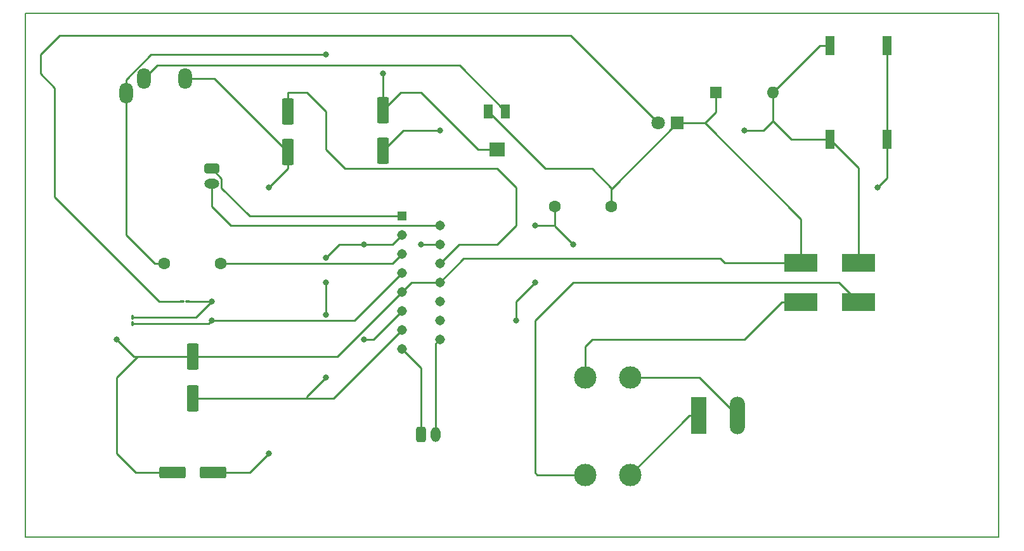
<source format=gbr>
%TF.GenerationSoftware,KiCad,Pcbnew,7.0.10*%
%TF.CreationDate,2024-05-14T18:08:24+03:00*%
%TF.ProjectId,Altamplifier,416c7461-6d70-46c6-9966-6965722e6b69,rev?*%
%TF.SameCoordinates,Original*%
%TF.FileFunction,Copper,L1,Top*%
%TF.FilePolarity,Positive*%
%FSLAX46Y46*%
G04 Gerber Fmt 4.6, Leading zero omitted, Abs format (unit mm)*
G04 Created by KiCad (PCBNEW 7.0.10) date 2024-05-14 18:08:24*
%MOMM*%
%LPD*%
G01*
G04 APERTURE LIST*
G04 Aperture macros list*
%AMRoundRect*
0 Rectangle with rounded corners*
0 $1 Rounding radius*
0 $2 $3 $4 $5 $6 $7 $8 $9 X,Y pos of 4 corners*
0 Add a 4 corners polygon primitive as box body*
4,1,4,$2,$3,$4,$5,$6,$7,$8,$9,$2,$3,0*
0 Add four circle primitives for the rounded corners*
1,1,$1+$1,$2,$3*
1,1,$1+$1,$4,$5*
1,1,$1+$1,$6,$7*
1,1,$1+$1,$8,$9*
0 Add four rect primitives between the rounded corners*
20,1,$1+$1,$2,$3,$4,$5,0*
20,1,$1+$1,$4,$5,$6,$7,0*
20,1,$1+$1,$6,$7,$8,$9,0*
20,1,$1+$1,$8,$9,$2,$3,0*%
G04 Aperture macros list end*
%TA.AperFunction,NonConductor*%
%ADD10C,0.200000*%
%TD*%
%TA.AperFunction,SMDPad,CuDef*%
%ADD11RoundRect,0.100000X0.100000X-0.217500X0.100000X0.217500X-0.100000X0.217500X-0.100000X-0.217500X0*%
%TD*%
%TA.AperFunction,SMDPad,CuDef*%
%ADD12R,1.300000X1.900000*%
%TD*%
%TA.AperFunction,SMDPad,CuDef*%
%ADD13R,2.000000X1.900000*%
%TD*%
%TA.AperFunction,ComponentPad*%
%ADD14C,1.600000*%
%TD*%
%TA.AperFunction,SMDPad,CuDef*%
%ADD15RoundRect,0.250000X-1.500000X-0.550000X1.500000X-0.550000X1.500000X0.550000X-1.500000X0.550000X0*%
%TD*%
%TA.AperFunction,ComponentPad*%
%ADD16R,1.800000X1.800000*%
%TD*%
%TA.AperFunction,ComponentPad*%
%ADD17C,1.800000*%
%TD*%
%TA.AperFunction,SMDPad,CuDef*%
%ADD18R,1.200000X2.500000*%
%TD*%
%TA.AperFunction,SMDPad,CuDef*%
%ADD19R,4.400000X2.400000*%
%TD*%
%TA.AperFunction,ComponentPad*%
%ADD20RoundRect,0.250000X0.400000X-0.750000X0.400000X0.750000X-0.400000X0.750000X-0.400000X-0.750000X0*%
%TD*%
%TA.AperFunction,ComponentPad*%
%ADD21O,1.300000X2.000000*%
%TD*%
%TA.AperFunction,ComponentPad*%
%ADD22R,1.600000X1.600000*%
%TD*%
%TA.AperFunction,ComponentPad*%
%ADD23O,1.600000X1.600000*%
%TD*%
%TA.AperFunction,ComponentPad*%
%ADD24O,1.800000X2.800000*%
%TD*%
%TA.AperFunction,ComponentPad*%
%ADD25RoundRect,0.250000X-0.750000X-0.400000X0.750000X-0.400000X0.750000X0.400000X-0.750000X0.400000X0*%
%TD*%
%TA.AperFunction,ComponentPad*%
%ADD26O,2.000000X1.300000*%
%TD*%
%TA.AperFunction,SMDPad,CuDef*%
%ADD27RoundRect,0.250000X-0.550000X1.500000X-0.550000X-1.500000X0.550000X-1.500000X0.550000X1.500000X0*%
%TD*%
%TA.AperFunction,ComponentPad*%
%ADD28R,2.020000X5.020000*%
%TD*%
%TA.AperFunction,ComponentPad*%
%ADD29O,2.020000X5.020000*%
%TD*%
%TA.AperFunction,ComponentPad*%
%ADD30R,1.308000X1.308000*%
%TD*%
%TA.AperFunction,ComponentPad*%
%ADD31C,1.308000*%
%TD*%
%TA.AperFunction,SMDPad,CuDef*%
%ADD32RoundRect,0.250000X0.550000X-1.500000X0.550000X1.500000X-0.550000X1.500000X-0.550000X-1.500000X0*%
%TD*%
%TA.AperFunction,ComponentPad*%
%ADD33C,3.000000*%
%TD*%
%TA.AperFunction,SMDPad,CuDef*%
%ADD34RoundRect,0.100000X0.217500X0.100000X-0.217500X0.100000X-0.217500X-0.100000X0.217500X-0.100000X0*%
%TD*%
%TA.AperFunction,ViaPad*%
%ADD35C,0.800000*%
%TD*%
%TA.AperFunction,Conductor*%
%ADD36C,0.250000*%
%TD*%
G04 APERTURE END LIST*
D10*
X64000000Y-25000000D02*
X194000000Y-25000000D01*
X194000000Y-95000000D01*
X64000000Y-95000000D01*
X64000000Y-25000000D01*
D11*
%TO.P,R1,1*%
%TO.N,Net-(AMP1-STANDBY)*%
X78307500Y-66447500D03*
%TO.P,R1,2*%
%TO.N,Net-(R1-Pad2)*%
X78307500Y-65632500D03*
%TD*%
D12*
%TO.P,RV1,1,1*%
%TO.N,Net-(J3-PadT)*%
X128150000Y-38090000D03*
D13*
%TO.P,RV1,2,2*%
%TO.N,Net-(C1-Pad2)*%
X127000000Y-43190000D03*
D12*
%TO.P,RV1,3,3*%
%TO.N,GND*%
X125850000Y-38090000D03*
%TD*%
D14*
%TO.P,C5,2*%
%TO.N,GND*%
X142240000Y-50800000D03*
%TO.P,C5,1*%
%TO.N,key*%
X134740000Y-50800000D03*
%TD*%
D15*
%TO.P,C2,1*%
%TO.N,GND*%
X83660000Y-86360000D03*
%TO.P,C2,2*%
%TO.N,Net-(AMP1-STANDBY)*%
X89060000Y-86360000D03*
%TD*%
D16*
%TO.P,D3,1,K*%
%TO.N,GND*%
X151110000Y-39660000D03*
D17*
%TO.P,D3,2,A*%
%TO.N,Net-(D3-A)*%
X148570000Y-39660000D03*
%TD*%
D18*
%TO.P,SW1,1,A*%
%TO.N,key*%
X171450000Y-29310000D03*
%TO.P,SW1,2,A*%
X171450000Y-41810000D03*
%TO.P,SW1,3,B*%
%TO.N,Net-(R1-Pad2)*%
X179070000Y-29310000D03*
%TO.P,SW1,4,B*%
X179070000Y-41810000D03*
%TD*%
D19*
%TO.P,D1,1,+*%
%TO.N,Net-(D1-+)*%
X167560000Y-63560000D03*
%TO.P,D1,2,-*%
%TO.N,Net-(D1--)*%
X175260000Y-63560000D03*
%TO.P,D1,3*%
%TO.N,key*%
X175260000Y-58360000D03*
%TO.P,D1,4*%
%TO.N,GND*%
X167560000Y-58360000D03*
%TD*%
D20*
%TO.P,J2,1,Pin_1*%
%TO.N,Net-(AMP1-OUT3)*%
X116840000Y-81280000D03*
D21*
%TO.P,J2,2,Pin_2*%
%TO.N,Net-(AMP1-OUT4)*%
X118840000Y-81280000D03*
%TD*%
D22*
%TO.P,D2,1,K*%
%TO.N,GND*%
X156210000Y-35560000D03*
D23*
%TO.P,D2,2,A*%
%TO.N,key*%
X163830000Y-35560000D03*
%TD*%
D24*
%TO.P,J3,R*%
%TO.N,GND*%
X85380000Y-33660000D03*
%TO.P,J3,S*%
%TO.N,Net-(C1-Pad2)*%
X77480000Y-35660000D03*
%TO.P,J3,T*%
%TO.N,Net-(J3-PadT)*%
X79880000Y-33660000D03*
%TD*%
D25*
%TO.P,J1,1,Pin_1*%
%TO.N,Net-(AMP1-OUT1)*%
X88900000Y-45720000D03*
D26*
%TO.P,J1,2,Pin_2*%
%TO.N,Net-(AMP1-OUT2)*%
X88900000Y-47720000D03*
%TD*%
D14*
%TO.P,C1,1*%
%TO.N,Net-(AMP1-IN1)*%
X90110000Y-58420000D03*
%TO.P,C1,2*%
%TO.N,Net-(C1-Pad2)*%
X82610000Y-58420000D03*
%TD*%
D27*
%TO.P,C3,1*%
%TO.N,Net-(C1-Pad2)*%
X111760000Y-37940000D03*
%TO.P,C3,2*%
%TO.N,Net-(AMP1-IN3)*%
X111760000Y-43340000D03*
%TD*%
D28*
%TO.P,J4,1*%
%TO.N,Net-(T1-AA)*%
X153930000Y-78740000D03*
D29*
%TO.P,J4,2*%
%TO.N,Net-(T1-AB)*%
X159110000Y-78740000D03*
%TD*%
D27*
%TO.P,C6,1*%
%TO.N,GND*%
X86360000Y-70860000D03*
%TO.P,C6,2*%
%TO.N,key*%
X86360000Y-76460000D03*
%TD*%
D30*
%TO.P,AMP1,1,OUT1*%
%TO.N,Net-(AMP1-OUT1)*%
X114300000Y-52070000D03*
D31*
%TO.P,AMP1,2,OUT2*%
%TO.N,Net-(AMP1-OUT2)*%
X119380000Y-53340000D03*
%TO.P,AMP1,3,VCC1*%
%TO.N,key*%
X114300000Y-54610000D03*
%TO.P,AMP1,4,IN1*%
%TO.N,Net-(AMP1-IN1)*%
X119380000Y-55880000D03*
%TO.P,AMP1,5,IN2*%
X114300000Y-57150000D03*
%TO.P,AMP1,6,SVR*%
%TO.N,Net-(AMP1-SVR)*%
X119380000Y-58420000D03*
%TO.P,AMP1,7,STANDBY*%
%TO.N,Net-(AMP1-STANDBY)*%
X114300000Y-59690000D03*
%TO.P,AMP1,8,PWGND*%
%TO.N,GND*%
X119380000Y-60960000D03*
%TO.P,AMP1,9,SGND*%
X114300000Y-62230000D03*
%TO.P,AMP1,10,DIAGNOSTIC*%
%TO.N,unconnected-(AMP1-DIAGNOSTIC-Pad10)*%
X119380000Y-63500000D03*
%TO.P,AMP1,11,IN4*%
%TO.N,Net-(AMP1-IN3)*%
X114300000Y-64770000D03*
%TO.P,AMP1,12,IN3*%
X119380000Y-66040000D03*
%TO.P,AMP1,13,VCC2*%
%TO.N,key*%
X114300000Y-67310000D03*
%TO.P,AMP1,14,OUT4*%
%TO.N,Net-(AMP1-OUT4)*%
X119380000Y-68580000D03*
%TO.P,AMP1,15,OUT3*%
%TO.N,Net-(AMP1-OUT3)*%
X114300000Y-69850000D03*
%TD*%
D32*
%TO.P,C4,1*%
%TO.N,GND*%
X99060000Y-43500000D03*
%TO.P,C4,2*%
%TO.N,Net-(AMP1-SVR)*%
X99060000Y-38100000D03*
%TD*%
D33*
%TO.P,T1,1,AA*%
%TO.N,Net-(T1-AA)*%
X144780000Y-86660000D03*
%TO.P,T1,2,AB*%
%TO.N,Net-(T1-AB)*%
X144780000Y-73660000D03*
%TO.P,T1,3,SA*%
%TO.N,Net-(D1--)*%
X138780000Y-86660000D03*
%TO.P,T1,4,SB*%
%TO.N,Net-(D1-+)*%
X138780000Y-73660000D03*
%TD*%
D34*
%TO.P,R2,1*%
%TO.N,Net-(R1-Pad2)*%
X85735000Y-63500000D03*
%TO.P,R2,2*%
%TO.N,Net-(D3-A)*%
X84920000Y-63500000D03*
%TD*%
D35*
%TO.N,key*%
X104140000Y-65315000D03*
X104140000Y-73660000D03*
X104140000Y-60960000D03*
X104140000Y-57695000D03*
%TO.N,Net-(AMP1-IN3)*%
X129540000Y-66040000D03*
X132080000Y-60960000D03*
X119380000Y-40640000D03*
%TO.N,GND*%
X76200000Y-68580000D03*
X96520000Y-48260000D03*
%TO.N,Net-(C1-Pad2)*%
X111760000Y-33020000D03*
X104140000Y-30480000D03*
%TO.N,key*%
X132080000Y-53340000D03*
X109220000Y-55880000D03*
X137160000Y-55880000D03*
X160020000Y-40640000D03*
%TO.N,Net-(AMP1-IN3)*%
X109220000Y-68580000D03*
%TO.N,Net-(R1-Pad2)*%
X88900000Y-63500000D03*
X177800000Y-48260000D03*
%TO.N,Net-(AMP1-STANDBY)*%
X88900000Y-66040000D03*
X96520000Y-83820000D03*
%TO.N,Net-(AMP1-IN1)*%
X116840000Y-55880000D03*
%TD*%
D36*
%TO.N,key*%
X101600000Y-76200000D02*
X101600000Y-76460000D01*
X101600000Y-76460000D02*
X86360000Y-76460000D01*
X105150000Y-76460000D02*
X101600000Y-76460000D01*
X104140000Y-73660000D02*
X101600000Y-76200000D01*
X104140000Y-60960000D02*
X104140000Y-65315000D01*
X105955000Y-55880000D02*
X104140000Y-57695000D01*
X109220000Y-55880000D02*
X105955000Y-55880000D01*
%TO.N,GND*%
X115570000Y-60960000D02*
X119380000Y-60960000D01*
X114300000Y-62230000D02*
X115570000Y-60960000D01*
%TO.N,Net-(AMP1-IN3)*%
X129540000Y-63500000D02*
X129540000Y-66040000D01*
X132080000Y-60960000D02*
X129540000Y-63500000D01*
X114460000Y-40640000D02*
X119380000Y-40640000D01*
X111760000Y-43340000D02*
X114460000Y-40640000D01*
%TO.N,GND*%
X78480000Y-70860000D02*
X79000000Y-70860000D01*
X76200000Y-68580000D02*
X78480000Y-70860000D01*
X99060000Y-45720000D02*
X96520000Y-48260000D01*
X99060000Y-43500000D02*
X99060000Y-45720000D01*
%TO.N,Net-(AMP1-SVR)*%
X99060000Y-35560000D02*
X99060000Y-38100000D01*
X101600000Y-35560000D02*
X99060000Y-35560000D01*
X104140000Y-38100000D02*
X101600000Y-35560000D01*
X104140000Y-43180000D02*
X104140000Y-38100000D01*
X106680000Y-45720000D02*
X104140000Y-43180000D01*
X127000000Y-45720000D02*
X106680000Y-45720000D01*
X129540000Y-48260000D02*
X127000000Y-45720000D01*
X129540000Y-53340000D02*
X129540000Y-48260000D01*
X127000000Y-55880000D02*
X129540000Y-53340000D01*
X121920000Y-55880000D02*
X127000000Y-55880000D01*
X119380000Y-58420000D02*
X121920000Y-55880000D01*
%TO.N,GND*%
X157420000Y-58360000D02*
X167560000Y-58360000D01*
X156835305Y-57775305D02*
X157420000Y-58360000D01*
X133480000Y-45720000D02*
X139700000Y-45720000D01*
X125850000Y-38090000D02*
X133480000Y-45720000D01*
X142375000Y-48395000D02*
X151110000Y-39660000D01*
X139700000Y-45720000D02*
X142375000Y-48395000D01*
X142240000Y-48530000D02*
X142375000Y-48395000D01*
X156835305Y-57775305D02*
X122564695Y-57775305D01*
X122564695Y-57775305D02*
X119380000Y-60960000D01*
%TO.N,Net-(C1-Pad2)*%
X116840000Y-35560000D02*
X124470000Y-43190000D01*
X114140000Y-35560000D02*
X116840000Y-35560000D01*
X124470000Y-43190000D02*
X127000000Y-43190000D01*
X111760000Y-37940000D02*
X114140000Y-35560000D01*
X111760000Y-33020000D02*
X111760000Y-37940000D01*
X80827588Y-30480000D02*
X104140000Y-30480000D01*
X77480000Y-33827588D02*
X80827588Y-30480000D01*
X77480000Y-35660000D02*
X77480000Y-33827588D01*
%TO.N,Net-(J3-PadT)*%
X121995000Y-31935000D02*
X128150000Y-38090000D01*
X81605000Y-31935000D02*
X121995000Y-31935000D01*
X79880000Y-33660000D02*
X81605000Y-31935000D01*
%TO.N,GND*%
X89220000Y-33660000D02*
X99060000Y-43500000D01*
X85380000Y-33660000D02*
X89220000Y-33660000D01*
%TO.N,key*%
X134740000Y-53340000D02*
X134740000Y-50800000D01*
X132080000Y-53340000D02*
X134740000Y-53340000D01*
X134740000Y-53460000D02*
X134740000Y-53340000D01*
X113030000Y-55880000D02*
X109220000Y-55880000D01*
X114300000Y-54610000D02*
X113030000Y-55880000D01*
X137160000Y-55880000D02*
X134740000Y-53460000D01*
X163830000Y-39370000D02*
X162560000Y-40640000D01*
X162560000Y-40640000D02*
X160020000Y-40640000D01*
%TO.N,GND*%
X142240000Y-50800000D02*
X142240000Y-48530000D01*
X156210000Y-38206396D02*
X154756396Y-39660000D01*
X156210000Y-35560000D02*
X156210000Y-38206396D01*
%TO.N,key*%
X166270000Y-41810000D02*
X163830000Y-39370000D01*
X163830000Y-39370000D02*
X163830000Y-35560000D01*
X171450000Y-41810000D02*
X166270000Y-41810000D01*
X170080000Y-29310000D02*
X163830000Y-35560000D01*
X171450000Y-29310000D02*
X170080000Y-29310000D01*
%TO.N,Net-(AMP1-IN3)*%
X110490000Y-68580000D02*
X109220000Y-68580000D01*
X114300000Y-64770000D02*
X110490000Y-68580000D01*
%TO.N,Net-(AMP1-STANDBY)*%
X88900000Y-66040000D02*
X88492500Y-66447500D01*
X88492500Y-66447500D02*
X78307500Y-66447500D01*
%TO.N,Net-(R1-Pad2)*%
X88900000Y-63500000D02*
X86767500Y-65632500D01*
X86767500Y-65632500D02*
X78307500Y-65632500D01*
X88900000Y-63500000D02*
X85735000Y-63500000D01*
%TO.N,Net-(D3-A)*%
X66040000Y-33020000D02*
X67955000Y-34935000D01*
X81910000Y-63500000D02*
X84920000Y-63500000D01*
X66040000Y-30480000D02*
X66040000Y-33020000D01*
X67955000Y-49545000D02*
X81910000Y-63500000D01*
X68580000Y-27940000D02*
X66040000Y-30480000D01*
X148570000Y-39660000D02*
X136850000Y-27940000D01*
X136850000Y-27940000D02*
X68580000Y-27940000D01*
X67955000Y-34935000D02*
X67955000Y-49545000D01*
%TO.N,Net-(AMP1-STANDBY)*%
X107950000Y-66040000D02*
X88900000Y-66040000D01*
%TO.N,Net-(R1-Pad2)*%
X179070000Y-46990000D02*
X177800000Y-48260000D01*
X179070000Y-41810000D02*
X179070000Y-46990000D01*
X179070000Y-29310000D02*
X179070000Y-41810000D01*
%TO.N,GND*%
X154756396Y-39660000D02*
X151110000Y-39660000D01*
X167560000Y-58360000D02*
X167560000Y-52463604D01*
X167560000Y-52463604D02*
X154756396Y-39660000D01*
%TO.N,key*%
X175260000Y-45620000D02*
X171450000Y-41810000D01*
X175260000Y-58360000D02*
X175260000Y-45620000D01*
%TO.N,Net-(D1--)*%
X172660000Y-60960000D02*
X137160000Y-60960000D01*
X175260000Y-63560000D02*
X172660000Y-60960000D01*
%TO.N,Net-(D1-+)*%
X165040000Y-63560000D02*
X160020000Y-68580000D01*
X167560000Y-63560000D02*
X165040000Y-63560000D01*
X139700000Y-68580000D02*
X160020000Y-68580000D01*
X138780000Y-69500000D02*
X139700000Y-68580000D01*
X138780000Y-73660000D02*
X138780000Y-69500000D01*
%TO.N,Net-(D1--)*%
X132080000Y-66040000D02*
X137160000Y-60960000D01*
X132080000Y-86360000D02*
X132080000Y-66040000D01*
X132380000Y-86660000D02*
X132080000Y-86360000D01*
X138780000Y-86660000D02*
X132380000Y-86660000D01*
%TO.N,Net-(T1-AA)*%
X152700000Y-78740000D02*
X144780000Y-86660000D01*
X153930000Y-78740000D02*
X152700000Y-78740000D01*
%TO.N,Net-(T1-AB)*%
X154030000Y-73660000D02*
X159110000Y-78740000D01*
X144780000Y-73660000D02*
X154030000Y-73660000D01*
%TO.N,Net-(C1-Pad2)*%
X77480000Y-54620000D02*
X77480000Y-35660000D01*
X81280000Y-58420000D02*
X77480000Y-54620000D01*
X82610000Y-58420000D02*
X81280000Y-58420000D01*
%TO.N,GND*%
X76200000Y-83820000D02*
X76200000Y-73660000D01*
X76200000Y-73660000D02*
X79000000Y-70860000D01*
X78740000Y-86360000D02*
X76200000Y-83820000D01*
X79000000Y-70860000D02*
X86360000Y-70860000D01*
X83660000Y-86360000D02*
X78740000Y-86360000D01*
%TO.N,Net-(AMP1-STANDBY)*%
X93980000Y-86360000D02*
X96520000Y-83820000D01*
X89060000Y-86360000D02*
X93980000Y-86360000D01*
%TO.N,Net-(AMP1-IN1)*%
X119380000Y-55880000D02*
X116840000Y-55880000D01*
%TO.N,Net-(AMP1-OUT1)*%
X114300000Y-52070000D02*
X93980000Y-52070000D01*
X88900000Y-45720000D02*
X90225000Y-47045000D01*
X90225000Y-48315000D02*
X93980000Y-52070000D01*
X90225000Y-47045000D02*
X90225000Y-48315000D01*
%TO.N,key*%
X114300000Y-67310000D02*
X105150000Y-76460000D01*
%TO.N,Net-(AMP1-IN1)*%
X114300000Y-57150000D02*
X113030000Y-58420000D01*
X113030000Y-58420000D02*
X90110000Y-58420000D01*
%TO.N,Net-(AMP1-STANDBY)*%
X114300000Y-59690000D02*
X107950000Y-66040000D01*
%TO.N,GND*%
X105670000Y-70860000D02*
X86360000Y-70860000D01*
X114300000Y-62230000D02*
X105670000Y-70860000D01*
%TO.N,Net-(AMP1-OUT3)*%
X116840000Y-72390000D02*
X116840000Y-81280000D01*
X114300000Y-69850000D02*
X116840000Y-72390000D01*
%TO.N,Net-(AMP1-OUT2)*%
X88900000Y-50800000D02*
X91440000Y-53340000D01*
X91440000Y-53340000D02*
X119380000Y-53340000D01*
X88900000Y-47720000D02*
X88900000Y-50800000D01*
%TO.N,Net-(AMP1-OUT4)*%
X118840000Y-69120000D02*
X119380000Y-68580000D01*
X118840000Y-81280000D02*
X118840000Y-69120000D01*
%TD*%
M02*

</source>
